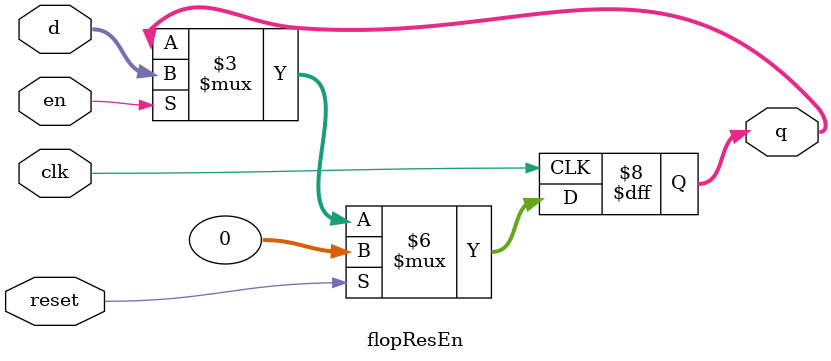
<source format=v>
module flopResEn #(parameter BIT_WIDTH = 32) //Register With Reset and Enable Pin Module
(input clk, reset,en,   //clock, reset, enable pins respectively
input [BIT_WIDTH-1:0] d,//input data
output reg [BIT_WIDTH-1:0] q);//registered output data
always @(posedge clk)
begin
if (reset) q <= 0; // if reset, set to 0
else if (en==1'b1) q <= d;  //if not reset and enabled, load input data
end
endmodule

</source>
